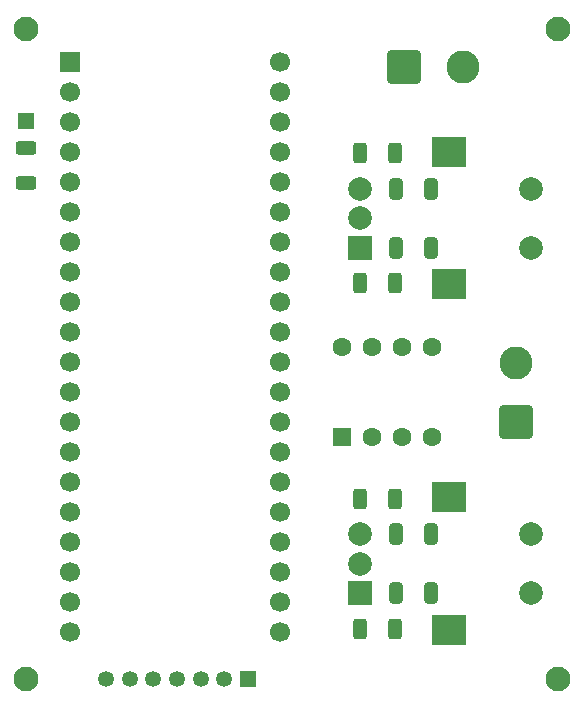
<source format=gbr>
%TF.GenerationSoftware,KiCad,Pcbnew,9.0.2*%
%TF.CreationDate,2025-06-25T13:02:05-07:00*%
%TF.ProjectId,Main,4d61696e-2e6b-4696-9361-645f70636258,rev?*%
%TF.SameCoordinates,Original*%
%TF.FileFunction,Soldermask,Top*%
%TF.FilePolarity,Negative*%
%FSLAX46Y46*%
G04 Gerber Fmt 4.6, Leading zero omitted, Abs format (unit mm)*
G04 Created by KiCad (PCBNEW 9.0.2) date 2025-06-25 13:02:05*
%MOMM*%
%LPD*%
G01*
G04 APERTURE LIST*
G04 Aperture macros list*
%AMRoundRect*
0 Rectangle with rounded corners*
0 $1 Rounding radius*
0 $2 $3 $4 $5 $6 $7 $8 $9 X,Y pos of 4 corners*
0 Add a 4 corners polygon primitive as box body*
4,1,4,$2,$3,$4,$5,$6,$7,$8,$9,$2,$3,0*
0 Add four circle primitives for the rounded corners*
1,1,$1+$1,$2,$3*
1,1,$1+$1,$4,$5*
1,1,$1+$1,$6,$7*
1,1,$1+$1,$8,$9*
0 Add four rect primitives between the rounded corners*
20,1,$1+$1,$2,$3,$4,$5,0*
20,1,$1+$1,$4,$5,$6,$7,0*
20,1,$1+$1,$6,$7,$8,$9,0*
20,1,$1+$1,$8,$9,$2,$3,0*%
G04 Aperture macros list end*
%ADD10C,1.700000*%
%ADD11R,1.700000X1.700000*%
%ADD12RoundRect,0.250000X-0.625000X0.312500X-0.625000X-0.312500X0.625000X-0.312500X0.625000X0.312500X0*%
%ADD13RoundRect,0.250000X0.325000X0.650000X-0.325000X0.650000X-0.325000X-0.650000X0.325000X-0.650000X0*%
%ADD14C,2.800000*%
%ADD15RoundRect,0.250001X-1.149999X-1.149999X1.149999X-1.149999X1.149999X1.149999X-1.149999X1.149999X0*%
%ADD16C,2.100000*%
%ADD17RoundRect,0.250000X0.312500X0.625000X-0.312500X0.625000X-0.312500X-0.625000X0.312500X-0.625000X0*%
%ADD18RoundRect,0.250000X-0.312500X-0.625000X0.312500X-0.625000X0.312500X0.625000X-0.312500X0.625000X0*%
%ADD19RoundRect,0.250000X0.550000X-0.550000X0.550000X0.550000X-0.550000X0.550000X-0.550000X-0.550000X0*%
%ADD20C,1.600000*%
%ADD21R,1.350000X1.350000*%
%ADD22C,1.350000*%
%ADD23RoundRect,0.250001X1.149999X-1.149999X1.149999X1.149999X-1.149999X1.149999X-1.149999X-1.149999X0*%
%ADD24R,2.000000X2.000000*%
%ADD25C,2.000000*%
%ADD26R,3.000000X2.500000*%
G04 APERTURE END LIST*
D10*
%TO.C,U3*%
X141520000Y-72300000D03*
X141520000Y-74840000D03*
X141520000Y-77380000D03*
X141520000Y-79920000D03*
X141520000Y-82460000D03*
X141520000Y-85000000D03*
X141520000Y-87540000D03*
X141520000Y-90080000D03*
X141520000Y-92620000D03*
X141520000Y-95160000D03*
X141520000Y-97700000D03*
X141520000Y-100240000D03*
X141520000Y-102780000D03*
X141520000Y-105320000D03*
X141520000Y-107860000D03*
X141520000Y-110400000D03*
X141520000Y-112940000D03*
X141520000Y-115480000D03*
X141520000Y-118020000D03*
X141520000Y-120560000D03*
X123740000Y-120560000D03*
X123740000Y-118020000D03*
X123740000Y-115480000D03*
X123740000Y-112940000D03*
X123740000Y-110400000D03*
X123740000Y-107860000D03*
X123740000Y-105320000D03*
X123740000Y-102780000D03*
X123740000Y-100240000D03*
X123740000Y-97700000D03*
X123740000Y-95160000D03*
X123740000Y-92620000D03*
X123740000Y-90080000D03*
X123740000Y-87540000D03*
X123740000Y-85000000D03*
X123740000Y-82460000D03*
X123740000Y-79920000D03*
X123740000Y-77380000D03*
X123740000Y-74840000D03*
D11*
X123740000Y-72300000D03*
%TD*%
D12*
%TO.C,R18*%
X120000000Y-79575000D03*
X120000000Y-82500000D03*
%TD*%
D13*
%TO.C,C7*%
X154225000Y-83000000D03*
X151275000Y-83000000D03*
%TD*%
D14*
%TO.C,BT1*%
X157000000Y-72717500D03*
D15*
X152000000Y-72717500D03*
%TD*%
D16*
%TO.C,REF\u002A\u002A*%
X120000000Y-124500000D03*
%TD*%
D17*
%TO.C,R10*%
X151212500Y-91000000D03*
X148287500Y-91000000D03*
%TD*%
D18*
%TO.C,R5*%
X148287500Y-109250000D03*
X151212500Y-109250000D03*
%TD*%
D19*
%TO.C,U1*%
X146690000Y-104060000D03*
D20*
X149230000Y-104060000D03*
X151770000Y-104060000D03*
X154310000Y-104060000D03*
X154310000Y-96440000D03*
X151770000Y-96440000D03*
X149230000Y-96440000D03*
X146690000Y-96440000D03*
%TD*%
D16*
%TO.C,REF\u002A\u002A*%
X120000000Y-69500000D03*
%TD*%
D18*
%TO.C,R9*%
X148287500Y-80000000D03*
X151212500Y-80000000D03*
%TD*%
D21*
%TO.C,DISP1*%
X138750000Y-124500000D03*
D22*
X136750000Y-124500000D03*
X134750000Y-124500000D03*
X132750000Y-124500000D03*
X130750000Y-124500000D03*
X128750000Y-124500000D03*
X126750000Y-124500000D03*
%TD*%
D17*
%TO.C,R6*%
X151212500Y-120250000D03*
X148287500Y-120250000D03*
%TD*%
D16*
%TO.C,REF\u002A\u002A*%
X165000000Y-69500000D03*
%TD*%
D21*
%TO.C,AE1*%
X120000000Y-77250000D03*
%TD*%
D13*
%TO.C,C5*%
X154225000Y-112250000D03*
X151275000Y-112250000D03*
%TD*%
D23*
%TO.C,LS1*%
X161467500Y-102750000D03*
D14*
X161467500Y-97750000D03*
%TD*%
D13*
%TO.C,C6*%
X154225000Y-117250000D03*
X151275000Y-117250000D03*
%TD*%
%TO.C,C8*%
X154225000Y-88000000D03*
X151275000Y-88000000D03*
%TD*%
D24*
%TO.C,SW2*%
X148250000Y-117250000D03*
D25*
X148250000Y-112250000D03*
X148250000Y-114750000D03*
D26*
X155750000Y-109150000D03*
X155750000Y-120350000D03*
D25*
X162750000Y-117250000D03*
X162750000Y-112250000D03*
%TD*%
D24*
%TO.C,SW1*%
X148250000Y-88000000D03*
D25*
X148250000Y-83000000D03*
X148250000Y-85500000D03*
D26*
X155750000Y-79900000D03*
X155750000Y-91100000D03*
D25*
X162750000Y-88000000D03*
X162750000Y-83000000D03*
%TD*%
D16*
%TO.C,REF\u002A\u002A*%
X165000000Y-124500000D03*
%TD*%
M02*

</source>
